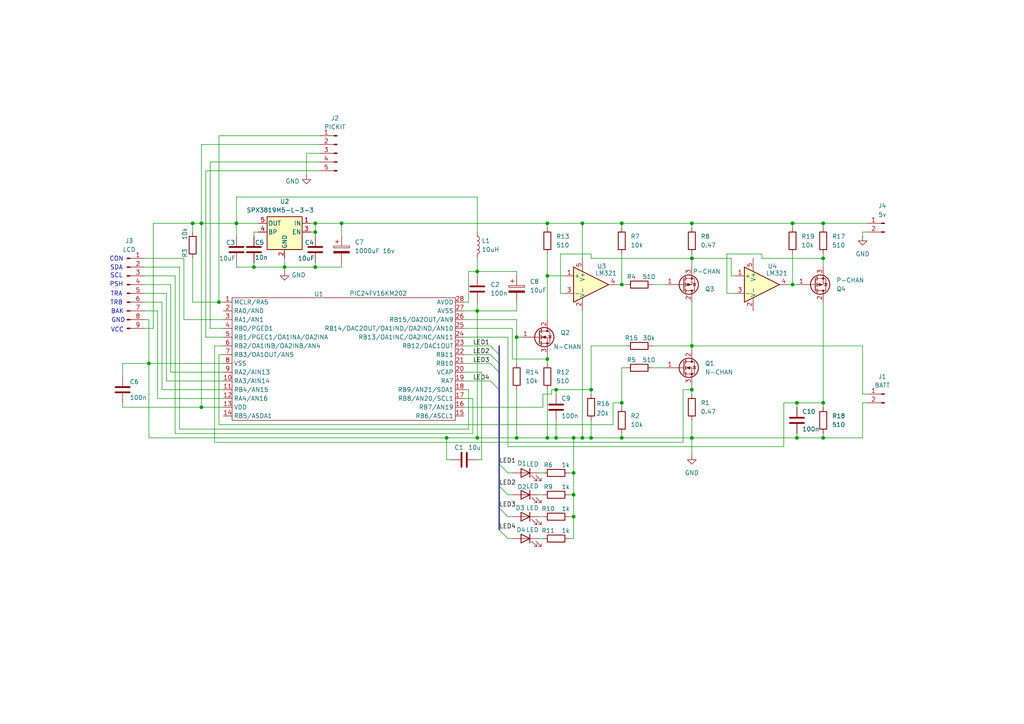
<source format=kicad_sch>
(kicad_sch (version 20231120) (generator "eeschema") (generator_version "8.0")
  (paper "A4")
  (lib_symbols
    (symbol "Amplifier_Operational:LM321" (pin_names (offset 0.127))
      (property "Reference" "U" (at 0 7.62 0))
      (property "Value" "LM321" (at 0 5.08 0))
      (symbol "LM321_0_1"
        (polyline (pts (xy -5.08 5.08) (xy 5.08 0) (xy -5.08 -5.08) (xy -5.08 5.08)) (stroke (width 0.254)) (fill (type background)))
      )
      (symbol "LM321_1_1"
        (pin input line (at -7.62 2.54 0) (length 2.54) (name "+") (number "1"))
        (pin power_in line (at -2.54 -7.62 90) (length 3.81) (name "V-") (number "2"))
        (pin input line (at -7.62 -2.54 0) (length 2.54) (name "-") (number "3"))
        (pin output line (at 7.62 0 180) (length 2.54) (name "~") (number "4"))
        (pin power_in line (at -2.54 7.62 270) (length 3.81) (name "V+") (number "5"))
      )
    )
    (symbol "Connector:Conn_01x02_Pin" (pin_names (offset 1.016) hide)
      (property "Reference" "J" (at 0 2.54 0))
      (property "Value" "Conn_01x02_Pin" (at 0 -5.08 0))
      (symbol "Conn_01x02_Pin_1_1"
        (polyline (pts (xy 1.27 -2.54) (xy 0.8636 -2.54)) (stroke (width 0.1524)))
        (polyline (pts (xy 1.27 0) (xy 0.8636 0)) (stroke (width 0.1524)))
        (rectangle (start 0.8636 -2.413) (end 0 -2.667) (stroke (width 0.1524)) (fill (type outline)))
        (rectangle (start 0.8636 0.127) (end 0 -0.127) (stroke (width 0.1524)) (fill (type outline)))
        (pin passive line (at 5.08 0 180) (length 3.81) (name "Pin_1") (number "1"))
        (pin passive line (at 5.08 -2.54 180) (length 3.81) (name "Pin_2") (number "2"))
      )
    )
    (symbol "Connector:Conn_01x05_Pin" (pin_names (offset 1.016) hide)
      (property "Reference" "J" (at 0 7.62 0))
      (property "Value" "Conn_01x05_Pin" (at 0 -7.62 0))
      (symbol "Conn_01x05_Pin_1_1"
        (polyline (pts (xy 1.27 -5.08) (xy 0.8636 -5.08)) (stroke (width 0.1524)))
        (polyline (pts (xy 1.27 -2.54) (xy 0.8636 -2.54)) (stroke (width 0.1524)))
        (polyline (pts (xy 1.27 0) (xy 0.8636 0)) (stroke (width 0.1524)))
        (polyline (pts (xy 1.27 2.54) (xy 0.8636 2.54)) (stroke (width 0.1524)))
        (polyline (pts (xy 1.27 5.08) (xy 0.8636 5.08)) (stroke (width 0.1524)))
        (rectangle (start 0.8636 -4.953) (end 0 -5.207) (stroke (width 0.1524)) (fill (type outline)))
        (rectangle (start 0.8636 -2.413) (end 0 -2.667) (stroke (width 0.1524)) (fill (type outline)))
        (rectangle (start 0.8636 0.127) (end 0 -0.127) (stroke (width 0.1524)) (fill (type outline)))
        (rectangle (start 0.8636 2.667) (end 0 2.413) (stroke (width 0.1524)) (fill (type outline)))
        (rectangle (start 0.8636 5.207) (end 0 4.953) (stroke (width 0.1524)) (fill (type outline)))
        (pin passive line (at 5.08 5.08 180) (length 3.81) (name "Pin_1") (number "1"))
        (pin passive line (at 5.08 2.54 180) (length 3.81) (name "Pin_2") (number "2"))
        (pin passive line (at 5.08 0 180) (length 3.81) (name "Pin_3") (number "3"))
        (pin passive line (at 5.08 -2.54 180) (length 3.81) (name "Pin_4") (number "4"))
        (pin passive line (at 5.08 -5.08 180) (length 3.81) (name "Pin_5") (number "5"))
      )
    )
    (symbol "Connector:Conn_01x09_Pin" (pin_names (offset 1.016) hide)
      (property "Reference" "J" (at 0 12.7 0))
      (property "Value" "Conn_01x09_Pin" (at 0 -12.7 0))
      (symbol "Conn_01x09_Pin_1_1"
        (polyline (pts (xy 1.27 -10.16) (xy 0.8636 -10.16)) (stroke (width 0.1524)))
        (polyline (pts (xy 1.27 -7.62) (xy 0.8636 -7.62)) (stroke (width 0.1524)))
        (polyline (pts (xy 1.27 -5.08) (xy 0.8636 -5.08)) (stroke (width 0.1524)))
        (polyline (pts (xy 1.27 -2.54) (xy 0.8636 -2.54)) (stroke (width 0.1524)))
        (polyline (pts (xy 1.27 0) (xy 0.8636 0)) (stroke (width 0.1524)))
        (polyline (pts (xy 1.27 2.54) (xy 0.8636 2.54)) (stroke (width 0.1524)))
        (polyline (pts (xy 1.27 5.08) (xy 0.8636 5.08)) (stroke (width 0.1524)))
        (polyline (pts (xy 1.27 7.62) (xy 0.8636 7.62)) (stroke (width 0.1524)))
        (polyline (pts (xy 1.27 10.16) (xy 0.8636 10.16)) (stroke (width 0.1524)))
        (rectangle (start 0.8636 -10.033) (end 0 -10.287) (stroke (width 0.1524)) (fill (type outline)))
        (rectangle (start 0.8636 -7.493) (end 0 -7.747) (stroke (width 0.1524)) (fill (type outline)))
        (rectangle (start 0.8636 -4.953) (end 0 -5.207) (stroke (width 0.1524)) (fill (type outline)))
        (rectangle (start 0.8636 -2.413) (end 0 -2.667) (stroke (width 0.1524)) (fill (type outline)))
        (rectangle (start 0.8636 0.127) (end 0 -0.127) (stroke (width 0.1524)) (fill (type outline)))
        (rectangle (start 0.8636 2.667) (end 0 2.413) (stroke (width 0.1524)) (fill (type outline)))
        (rectangle (start 0.8636 5.207) (end 0 4.953) (stroke (width 0.1524)) (fill (type outline)))
        (rectangle (start 0.8636 7.747) (end 0 7.493) (stroke (width 0.1524)) (fill (type outline)))
        (rectangle (start 0.8636 10.287) (end 0 10.033) (stroke (width 0.1524)) (fill (type outline)))
        (pin passive line (at 5.08 10.16 180) (length 3.81) (name "Pin_1") (number "1"))
        (pin passive line (at 5.08 7.62 180) (length 3.81) (name "Pin_2") (number "2"))
        (pin passive line (at 5.08 5.08 180) (length 3.81) (name "Pin_3") (number "3"))
        (pin passive line (at 5.08 2.54 180) (length 3.81) (name "Pin_4") (number "4"))
        (pin passive line (at 5.08 0 180) (length 3.81) (name "Pin_5") (number "5"))
        (pin passive line (at 5.08 -2.54 180) (length 3.81) (name "Pin_6") (number "6"))
        (pin passive line (at 5.08 -5.08 180) (length 3.81) (name "Pin_7") (number "7"))
        (pin passive line (at 5.08 -7.62 180) (length 3.81) (name "Pin_8") (number "8"))
        (pin passive line (at 5.08 -10.16 180) (length 3.81) (name "Pin_9") (number "9"))
      )
    )
    (symbol "Device:C" (pin_numbers hide) (pin_names (offset 0.254))
      (property "Reference" "C" (at 0.635 2.54 0))
      (property "Value" "C" (at 0.635 -2.54 0))
      (symbol "C_0_1"
        (polyline (pts (xy -2.032 -0.762) (xy 2.032 -0.762)) (stroke (width 0.508)))
        (polyline (pts (xy -2.032 0.762) (xy 2.032 0.762)) (stroke (width 0.508)))
      )
      (symbol "C_1_1"
        (pin passive line (at 0 3.81 270) (length 2.794) (name "~") (number "1"))
        (pin passive line (at 0 -3.81 90) (length 2.794) (name "~") (number "2"))
      )
    )
    (symbol "Device:C_Polarized" (pin_numbers hide) (pin_names (offset 0.254))
      (property "Reference" "C" (at 0.635 2.54 0))
      (property "Value" "C_Polarized" (at 0.635 -2.54 0))
      (symbol "C_Polarized_0_1"
        (rectangle (start -2.286 0.508) (end 2.286 1.016))
        (polyline (pts (xy -1.778 2.286) (xy -0.762 2.286)))
        (polyline (pts (xy -1.27 2.794) (xy -1.27 1.778)))
        (rectangle (start 2.286 -0.508) (end -2.286 -1.016) (fill (type outline)))
      )
      (symbol "C_Polarized_1_1"
        (pin passive line (at 0 3.81 270) (length 2.794) (name "~") (number "1"))
        (pin passive line (at 0 -3.81 90) (length 2.794) (name "~") (number "2"))
      )
    )
    (symbol "Device:L" (pin_numbers hide) (pin_names (offset 1.016) hide)
      (property "Reference" "L" (at -1.27 0 90))
      (property "Value" "L" (at 1.905 0 90))
      (symbol "L_0_1"
        (arc (start 0 -2.54) (mid 0.6323 -1.905) (end 0 -1.27))
        (arc (start 0 -1.27) (mid 0.6323 -0.635) (end 0 0))
        (arc (start 0 0) (mid 0.6323 0.635) (end 0 1.27))
        (arc (start 0 1.27) (mid 0.6323 1.905) (end 0 2.54))
      )
      (symbol "L_1_1"
        (pin passive line (at 0 3.81 270) (length 1.27) (name "1") (number "1"))
        (pin passive line (at 0 -3.81 90) (length 1.27) (name "2") (number "2"))
      )
    )
    (symbol "Device:LED" (pin_numbers hide) (pin_names (offset 1.016) hide)
      (property "Reference" "D" (at 0 2.54 0))
      (property "Value" "LED" (at 0 -2.54 0))
      (symbol "LED_0_1"
        (polyline (pts (xy -1.27 -1.27) (xy -1.27 1.27)) (stroke (width 0.254)))
        (polyline (pts (xy -1.27 0) (xy 1.27 0)))
        (polyline (pts (xy 1.27 -1.27) (xy 1.27 1.27) (xy -1.27 0) (xy 1.27 -1.27)) (stroke (width 0.254)))
        (polyline (pts (xy -3.048 -0.762) (xy -4.572 -2.286) (xy -3.81 -2.286) (xy -4.572 -2.286) (xy -4.572 -1.524)))
        (polyline (pts (xy -1.778 -0.762) (xy -3.302 -2.286) (xy -2.54 -2.286) (xy -3.302 -2.286) (xy -3.302 -1.524)))
      )
      (symbol "LED_1_1"
        (pin passive line (at -3.81 0 0) (length 2.54) (name "K") (number "1"))
        (pin passive line (at 3.81 0 180) (length 2.54) (name "A") (number "2"))
      )
    )
    (symbol "Device:R" (pin_numbers hide) (pin_names (offset 0))
      (property "Reference" "R" (at 2.032 0 90))
      (property "Value" "R" (at 0 0 90))
      (symbol "R_0_1"
        (rectangle (start -1.016 -2.54) (end 1.016 2.54) (stroke (width 0.254)))
      )
      (symbol "R_1_1"
        (pin passive line (at 0 3.81 270) (length 1.27) (name "~") (number "1"))
        (pin passive line (at 0 -3.81 90) (length 1.27) (name "~") (number "2"))
      )
    )
    (symbol "Microchip:PIC24FV16KM202"
      (property "Reference" "U" (at 0 22.86 0))
      (symbol "PIC24FV16KM202_0_1"
        (rectangle (start -33.02 21.59) (end 31.75 -13.97))
      )
      (symbol "PIC24FV16KM202_1_1"
        (pin bidirectional line (at -35.56 20.32 0) (length 2.54) (name "MCLR/RA5") (number "1"))
        (pin bidirectional line (at -35.56 -2.54 0) (length 2.54) (name "RA3/AIN14") (number "10"))
        (pin bidirectional line (at -35.56 -5.08 0) (length 2.54) (name "RB4/AN15") (number "11"))
        (pin bidirectional line (at -35.56 -7.62 0) (length 2.54) (name "RA4/AN16") (number "12"))
        (pin power_in line (at -35.56 -10.16 0) (length 2.54) (name "VDD") (number "13"))
        (pin bidirectional line (at -35.56 -12.7 0) (length 2.54) (name "RB5/ASDA1") (number "14"))
        (pin bidirectional line (at 34.29 -12.7 180) (length 2.54) (name "RB6/ASCL1") (number "15"))
        (pin bidirectional line (at 34.29 -10.16 180) (length 2.54) (name "RB7/AN19") (number "16"))
        (pin bidirectional line (at 34.29 -7.62 180) (length 2.54) (name "RB8/AN20/SCL1") (number "17"))
        (pin bidirectional line (at 34.29 -5.08 180) (length 2.54) (name "RB9/AN21/SDA1") (number "18"))
        (pin bidirectional line (at 34.29 -2.54 180) (length 2.54) (name "RA7") (number "19"))
        (pin bidirectional line (at -35.56 17.78 0) (length 2.54) (name "RA0/AN0") (number "2"))
        (pin power_out line (at 34.29 0 180) (length 2.54) (name "VCAP") (number "20"))
        (pin bidirectional line (at 34.29 2.54 180) (length 2.54) (name "RB10") (number "21"))
        (pin bidirectional line (at 34.29 5.08 180) (length 2.54) (name "RB11") (number "22"))
        (pin bidirectional line (at 34.29 7.62 180) (length 2.54) (name "RB12/DAC1OUT") (number "23"))
        (pin bidirectional line (at 34.29 10.16 180) (length 2.54) (name "RB13/OA1INC/OA2INC/AN11") (number "24"))
        (pin bidirectional line (at 34.29 12.7 180) (length 2.54) (name "RB14/DAC2OUT/OA1IND/OA2IND/AN10") (number "25"))
        (pin bidirectional line (at 34.29 15.24 180) (length 2.54) (name "RB15/OA2OUT/AN9") (number "26"))
        (pin power_in line (at 34.29 17.78 180) (length 2.54) (name "AVSS") (number "27"))
        (pin power_in line (at 34.29 20.32 180) (length 2.54) (name "AVDD") (number "28"))
        (pin bidirectional line (at -35.56 15.24 0) (length 2.54) (name "RA1/AN1") (number "3"))
        (pin bidirectional line (at -35.56 12.7 0) (length 2.54) (name "RB0/PGED1") (number "4"))
        (pin bidirectional line (at -35.56 10.16 0) (length 2.54) (name "RB1/PGEC1/OA1INA/OA2INA") (number "5"))
        (pin bidirectional line (at -35.56 7.62 0) (length 2.54) (name "RB2/OA1INB/OA2INB/AN4") (number "6"))
        (pin bidirectional line (at -35.56 5.08 0) (length 2.54) (name "RB3/OA1OUT/AN5") (number "7"))
        (pin power_in line (at -35.56 2.54 0) (length 2.54) (name "VSS") (number "8"))
        (pin bidirectional line (at -35.56 0 0) (length 2.54) (name "RA2/AIN13") (number "9"))
      )
    )
    (symbol "Regulator_Linear:SPX3819M5-L-3-3" (pin_names (offset 0.254))
      (property "Reference" "U" (at -3.81 5.715 0))
      (property "Value" "SPX3819M5-L-3-3" (at 0 5.715 0))
      (symbol "SPX3819M5-L-3-3_0_1"
        (rectangle (start -5.08 4.445) (end 5.08 -5.08) (stroke (width 0.254)) (fill (type background)))
      )
      (symbol "SPX3819M5-L-3-3_1_1"
        (pin power_in line (at -7.62 2.54 0) (length 2.54) (name "IN") (number "1"))
        (pin power_in line (at 0 -7.62 90) (length 2.54) (name "GND") (number "2"))
        (pin input line (at -7.62 0 0) (length 2.54) (name "EN") (number "3"))
        (pin input line (at 7.62 0 180) (length 2.54) (name "BP") (number "4"))
        (pin power_out line (at 7.62 2.54 180) (length 2.54) (name "OUT") (number "5"))
      )
    )
    (symbol "Transistor_FET:IRF540N" (pin_names hide)
      (property "Reference" "Q" (at 5.08 1.905 0))
      (property "Value" "IRF540N" (at 5.08 0 0))
      (symbol "IRF540N_0_1"
        (polyline (pts (xy 0.254 0) (xy -2.54 0)))
        (polyline (pts (xy 0.254 1.905) (xy 0.254 -1.905)) (stroke (width 0.254)))
        (polyline (pts (xy 0.762 -1.27) (xy 0.762 -2.286)) (stroke (width 0.254)))
        (polyline (pts (xy 0.762 0.508) (xy 0.762 -0.508)) (stroke (width 0.254)))
        (polyline (pts (xy 0.762 2.286) (xy 0.762 1.27)) (stroke (width 0.254)))
        (polyline (pts (xy 2.54 2.54) (xy 2.54 1.778)))
        (polyline (pts (xy 2.54 -2.54) (xy 2.54 0) (xy 0.762 0)))
        (polyline (pts (xy 0.762 -1.778) (xy 3.302 -1.778) (xy 3.302 1.778) (xy 0.762 1.778)))
        (polyline (pts (xy 1.016 0) (xy 2.032 0.381) (xy 2.032 -0.381) (xy 1.016 0)) (fill (type outline)))
        (polyline (pts (xy 2.794 0.508) (xy 2.921 0.381) (xy 3.683 0.381) (xy 3.81 0.254)))
        (polyline (pts (xy 3.302 0.381) (xy 2.921 -0.254) (xy 3.683 -0.254) (xy 3.302 0.381)))
        (circle (center 1.651 0) (radius 2.794) (stroke (width 0.254)))
        (circle (center 2.54 -1.778) (radius 0.254) (fill (type outline)))
        (circle (center 2.54 1.778) (radius 0.254) (fill (type outline)))
      )
      (symbol "IRF540N_1_1"
        (pin input line (at -5.08 0 0) (length 2.54) (name "G") (number "1"))
        (pin passive line (at 2.54 5.08 270) (length 2.54) (name "D") (number "2"))
        (pin passive line (at 2.54 -5.08 90) (length 2.54) (name "S") (number "3"))
      )
    )
    (symbol "Transistor_FET:IRF9540N" (pin_names hide)
      (property "Reference" "Q" (at 5.08 1.905 0))
      (property "Value" "IRF9540N" (at 5.08 0 0))
      (symbol "IRF9540N_0_1"
        (polyline (pts (xy 0.254 0) (xy -2.54 0)))
        (polyline (pts (xy 0.254 1.905) (xy 0.254 -1.905)) (stroke (width 0.254)))
        (polyline (pts (xy 0.762 -1.27) (xy 0.762 -2.286)) (stroke (width 0.254)))
        (polyline (pts (xy 0.762 0.508) (xy 0.762 -0.508)) (stroke (width 0.254)))
        (polyline (pts (xy 0.762 2.286) (xy 0.762 1.27)) (stroke (width 0.254)))
        (polyline (pts (xy 2.54 2.54) (xy 2.54 1.778)))
        (polyline (pts (xy 2.54 -2.54) (xy 2.54 0) (xy 0.762 0)))
        (polyline (pts (xy 0.762 1.778) (xy 3.302 1.778) (xy 3.302 -1.778) (xy 0.762 -1.778)))
        (polyline (pts (xy 2.286 0) (xy 1.27 0.381) (xy 1.27 -0.381) (xy 2.286 0)) (fill (type outline)))
        (polyline (pts (xy 2.794 -0.508) (xy 2.921 -0.381) (xy 3.683 -0.381) (xy 3.81 -0.254)))
        (polyline (pts (xy 3.302 -0.381) (xy 2.921 0.254) (xy 3.683 0.254) (xy 3.302 -0.381)))
        (circle (center 1.651 0) (radius 2.794) (stroke (width 0.254)))
        (circle (center 2.54 -1.778) (radius 0.254) (fill (type outline)))
        (circle (center 2.54 1.778) (radius 0.254) (fill (type outline)))
      )
      (symbol "IRF9540N_1_1"
        (pin input line (at -5.08 0 0) (length 2.54) (name "G") (number "1"))
        (pin passive line (at 2.54 5.08 270) (length 2.54) (name "D") (number "2"))
        (pin passive line (at 2.54 -5.08 90) (length 2.54) (name "S") (number "3"))
      )
    )
    (symbol "power:GND" (power) (pin_numbers hide) (pin_names (offset 0) hide)
      (property "Value" "GND" (at 0 -3.81 0))
      (symbol "GND_0_1"
        (polyline (pts (xy 0 0) (xy 0 -1.27) (xy 1.27 -1.27) (xy 0 -2.54) (xy -1.27 -1.27) (xy 0 -1.27)))
      )
      (symbol "GND_1_1"
        (pin power_in line (at 0 0 270) (length 0) (name "~") (number "1"))
      )
    )
  )
  (junction (at 166.37 137.16))
  (junction (at 200.66 113.03))
  (junction (at 180.34 116.84))
  (junction (at 166.37 127))
  (junction (at 200.66 64.77))
  (junction (at 158.75 64.77))
  (junction (at 149.86 127))
  (junction (at 166.37 149.86))
  (junction (at 91.44 64.77))
  (junction (at 238.76 74.93))
  (junction (at 238.76 116.84))
  (junction (at 200.66 127))
  (junction (at 82.55 77.47))
  (junction (at 200.66 100.33))
  (junction (at 200.66 74.93))
  (junction (at 158.75 80.01))
  (junction (at 138.43 127))
  (junction (at 171.45 113.03))
  (junction (at 231.14 127))
  (junction (at 149.86 97.79))
  (junction (at 129.54 127))
  (junction (at 158.75 104.14))
  (junction (at 168.91 127))
  (junction (at 55.88 64.77))
  (junction (at 180.34 82.55))
  (junction (at 43.18 105.41))
  (junction (at 68.58 64.77))
  (junction (at 180.34 64.77))
  (junction (at 238.76 127))
  (junction (at 158.75 127))
  (junction (at 166.37 143.51))
  (junction (at 73.66 77.47))
  (junction (at 238.76 64.77))
  (junction (at 99.06 64.77))
  (junction (at 58.42 118.11))
  (junction (at 91.44 67.31))
  (junction (at 138.43 78.74))
  (junction (at 229.87 64.77))
  (junction (at 171.45 127))
  (junction (at 231.14 116.84))
  (junction (at 168.91 64.77))
  (junction (at 229.87 82.55))
  (junction (at 180.34 127))
  (junction (at 63.5 87.63))
  (junction (at 58.42 64.77))
  (junction (at 91.44 77.47))
  (junction (at 161.29 127))
  (junction (at 138.43 90.17))
  (junction (at 161.29 113.03))
  (bus_entry (at 142.24 105.41) (size 2.54 2.54))
  (bus_entry (at 142.24 110.49) (size 2.54 2.54))
  (bus_entry (at 142.24 102.87) (size 2.54 2.54))
  (bus_entry (at 144.78 134.62) (size 2.54 2.54))
  (bus_entry (at 144.78 147.32) (size 2.54 2.54))
  (bus_entry (at 144.78 153.67) (size 2.54 2.54))
  (bus_entry (at 144.78 140.97) (size 2.54 2.54))
  (bus_entry (at 142.24 100.33) (size 2.54 2.54))
  (wire (pts (xy 213.36 85.09) (xy 210.82 85.09)))
  (wire (pts (xy 171.45 74.93) (xy 200.66 74.93)))
  (wire (pts (xy 158.75 102.87) (xy 158.75 104.14)))
  (wire (pts (xy 91.44 77.47) (xy 82.55 77.47)))
  (wire (pts (xy 161.29 127) (xy 166.37 127)))
  (wire (pts (xy 168.91 64.77) (xy 168.91 74.93)))
  (wire (pts (xy 41.91 92.71) (xy 43.18 92.71)))
  (wire (pts (xy 162.56 73.66) (xy 171.45 73.66)))
  (wire (pts (xy 180.34 73.66) (xy 180.34 82.55)))
  (wire (pts (xy 43.18 105.41) (xy 64.77 105.41)))
  (wire (pts (xy 147.32 149.86) (xy 148.59 149.86)))
  (wire (pts (xy 55.88 64.77) (xy 58.42 64.77)))
  (wire (pts (xy 138.43 57.15) (xy 68.58 57.15)))
  (wire (pts (xy 200.66 66.04) (xy 200.66 64.77)))
  (wire (pts (xy 134.62 90.17) (xy 138.43 90.17)))
  (wire (pts (xy 165.1 156.21) (xy 166.37 156.21)))
  (wire (pts (xy 238.76 116.84) (xy 238.76 118.11)))
  (wire (pts (xy 238.76 73.66) (xy 238.76 74.93)))
  (wire (pts (xy 168.91 90.17) (xy 168.91 127)))
  (wire (pts (xy 181.61 82.55) (xy 180.34 82.55)))
  (wire (pts (xy 135.89 124.46) (xy 135.89 113.03)))
  (wire (pts (xy 59.69 97.79) (xy 59.69 49.53)))
  (wire (pts (xy 41.91 80.01) (xy 50.8 80.01)))
  (wire (pts (xy 68.58 64.77) (xy 74.93 64.77)))
  (wire (pts (xy 158.75 73.66) (xy 158.75 80.01)))
  (wire (pts (xy 68.58 76.2) (xy 68.58 77.47)))
  (bus (pts (xy 144.78 100.33) (xy 144.78 102.87)))
  (wire (pts (xy 60.96 46.99) (xy 92.71 46.99)))
  (wire (pts (xy 90.17 67.31) (xy 91.44 67.31)))
  (wire (pts (xy 55.88 74.93) (xy 55.88 87.63)))
  (wire (pts (xy 158.75 80.01) (xy 158.75 92.71)))
  (wire (pts (xy 99.06 76.2) (xy 99.06 77.47)))
  (wire (pts (xy 35.56 109.22) (xy 35.56 105.41)))
  (wire (pts (xy 229.87 82.55) (xy 231.14 82.55)))
  (wire (pts (xy 229.87 73.66) (xy 229.87 82.55)))
  (wire (pts (xy 147.32 156.21) (xy 148.59 156.21)))
  (wire (pts (xy 200.66 121.92) (xy 200.66 127)))
  (wire (pts (xy 238.76 87.63) (xy 238.76 116.84)))
  (wire (pts (xy 99.06 64.77) (xy 158.75 64.77)))
  (wire (pts (xy 166.37 156.21) (xy 166.37 149.86)))
  (wire (pts (xy 231.14 125.73) (xy 231.14 127)))
  (wire (pts (xy 181.61 106.68) (xy 180.34 106.68)))
  (wire (pts (xy 238.76 64.77) (xy 238.76 66.04)))
  (wire (pts (xy 134.62 87.63) (xy 135.89 87.63)))
  (wire (pts (xy 147.32 143.51) (xy 148.59 143.51)))
  (wire (pts (xy 212.09 74.93) (xy 200.66 74.93)))
  (wire (pts (xy 134.62 107.95) (xy 139.7 107.95)))
  (wire (pts (xy 200.66 111.76) (xy 200.66 113.03)))
  (wire (pts (xy 46.99 87.63) (xy 46.99 113.03)))
  (wire (pts (xy 149.86 87.63) (xy 149.86 90.17)))
  (wire (pts (xy 148.59 104.14) (xy 158.75 104.14)))
  (wire (pts (xy 149.86 90.17) (xy 138.43 90.17)))
  (wire (pts (xy 73.66 67.31) (xy 74.93 67.31)))
  (wire (pts (xy 48.26 110.49) (xy 64.77 110.49)))
  (wire (pts (xy 149.86 97.79) (xy 149.86 105.41)))
  (wire (pts (xy 134.62 97.79) (xy 147.32 97.79)))
  (wire (pts (xy 168.91 64.77) (xy 180.34 64.77)))
  (wire (pts (xy 156.21 137.16) (xy 157.48 137.16)))
  (wire (pts (xy 220.98 74.93) (xy 238.76 74.93)))
  (wire (pts (xy 64.77 97.79) (xy 59.69 97.79)))
  (wire (pts (xy 171.45 127) (xy 180.34 127)))
  (wire (pts (xy 171.45 121.92) (xy 171.45 127)))
  (wire (pts (xy 165.1 143.51) (xy 166.37 143.51)))
  (wire (pts (xy 171.45 73.66) (xy 171.45 74.93)))
  (wire (pts (xy 58.42 64.77) (xy 68.58 64.77)))
  (bus (pts (xy 144.78 113.03) (xy 144.78 107.95)))
  (wire (pts (xy 231.14 118.11) (xy 231.14 116.84)))
  (wire (pts (xy 63.5 102.87) (xy 63.5 123.19)))
  (wire (pts (xy 138.43 74.93) (xy 138.43 78.74)))
  (bus (pts (xy 144.78 134.62) (xy 144.78 140.97)))
  (wire (pts (xy 157.48 118.11) (xy 157.48 114.3)))
  (wire (pts (xy 58.42 41.91) (xy 58.42 64.77)))
  (wire (pts (xy 149.86 78.74) (xy 138.43 78.74)))
  (wire (pts (xy 64.77 87.63) (xy 63.5 87.63)))
  (wire (pts (xy 158.75 104.14) (xy 158.75 105.41)))
  (wire (pts (xy 45.72 115.57) (xy 64.77 115.57)))
  (wire (pts (xy 198.12 128.27) (xy 198.12 113.03)))
  (wire (pts (xy 180.34 64.77) (xy 200.66 64.77)))
  (wire (pts (xy 200.66 74.93) (xy 200.66 77.47)))
  (wire (pts (xy 250.19 116.84) (xy 250.19 127)))
  (wire (pts (xy 158.75 64.77) (xy 168.91 64.77)))
  (wire (pts (xy 213.36 80.01) (xy 212.09 80.01)))
  (wire (pts (xy 210.82 85.09) (xy 210.82 73.66)))
  (wire (pts (xy 92.71 44.45) (xy 88.9 44.45)))
  (wire (pts (xy 166.37 127) (xy 168.91 127)))
  (wire (pts (xy 158.75 113.03) (xy 158.75 127)))
  (wire (pts (xy 179.07 82.55) (xy 180.34 82.55)))
  (wire (pts (xy 63.5 39.37) (xy 92.71 39.37)))
  (wire (pts (xy 135.89 87.63) (xy 135.89 78.74)))
  (wire (pts (xy 134.62 95.25) (xy 148.59 95.25)))
  (wire (pts (xy 238.76 74.93) (xy 238.76 77.47)))
  (wire (pts (xy 91.44 64.77) (xy 99.06 64.77)))
  (wire (pts (xy 68.58 77.47) (xy 73.66 77.47)))
  (wire (pts (xy 55.88 87.63) (xy 63.5 87.63)))
  (wire (pts (xy 138.43 87.63) (xy 138.43 90.17)))
  (wire (pts (xy 50.8 80.01) (xy 50.8 125.73)))
  (wire (pts (xy 166.37 143.51) (xy 166.37 137.16)))
  (wire (pts (xy 189.23 82.55) (xy 193.04 82.55)))
  (wire (pts (xy 251.46 114.3) (xy 250.19 114.3)))
  (wire (pts (xy 63.5 123.19) (xy 177.8 123.19)))
  (wire (pts (xy 48.26 85.09) (xy 48.26 110.49)))
  (wire (pts (xy 35.56 105.41) (xy 43.18 105.41)))
  (wire (pts (xy 45.72 90.17) (xy 41.91 90.17)))
  (wire (pts (xy 251.46 67.31) (xy 250.19 67.31)))
  (bus (pts (xy 144.78 102.87) (xy 144.78 105.41)))
  (wire (pts (xy 157.48 114.3) (xy 160.02 114.3)))
  (wire (pts (xy 64.77 102.87) (xy 63.5 102.87)))
  (wire (pts (xy 156.21 156.21) (xy 157.48 156.21)))
  (wire (pts (xy 156.21 149.86) (xy 157.48 149.86)))
  (wire (pts (xy 134.62 110.49) (xy 142.24 110.49)))
  (wire (pts (xy 130.81 133.35) (xy 129.54 133.35)))
  (wire (pts (xy 231.14 116.84) (xy 238.76 116.84)))
  (wire (pts (xy 149.86 127) (xy 158.75 127)))
  (bus (pts (xy 144.78 147.32) (xy 144.78 153.67)))
  (wire (pts (xy 137.16 125.73) (xy 137.16 115.57)))
  (wire (pts (xy 49.53 82.55) (xy 49.53 107.95)))
  (wire (pts (xy 158.75 64.77) (xy 158.75 66.04)))
  (wire (pts (xy 129.54 127) (xy 138.43 127)))
  (wire (pts (xy 134.62 105.41) (xy 142.24 105.41)))
  (wire (pts (xy 200.66 127) (xy 200.66 132.08)))
  (wire (pts (xy 82.55 77.47) (xy 82.55 78.74)))
  (wire (pts (xy 227.33 116.84) (xy 231.14 116.84)))
  (wire (pts (xy 189.23 106.68) (xy 193.04 106.68)))
  (wire (pts (xy 156.21 143.51) (xy 157.48 143.51)))
  (wire (pts (xy 73.66 77.47) (xy 82.55 77.47)))
  (bus (pts (xy 144.78 105.41) (xy 144.78 107.95)))
  (wire (pts (xy 149.86 113.03) (xy 149.86 127)))
  (wire (pts (xy 58.42 118.11) (xy 64.77 118.11)))
  (bus (pts (xy 144.78 140.97) (xy 144.78 147.32)))
  (wire (pts (xy 91.44 76.2) (xy 91.44 77.47)))
  (wire (pts (xy 220.98 73.66) (xy 220.98 74.93)))
  (bus (pts (xy 144.78 134.62) (xy 144.78 113.03)))
  (wire (pts (xy 162.56 85.09) (xy 162.56 73.66)))
  (wire (pts (xy 82.55 74.93) (xy 82.55 77.47)))
  (wire (pts (xy 229.87 64.77) (xy 238.76 64.77)))
  (wire (pts (xy 171.45 100.33) (xy 181.61 100.33)))
  (wire (pts (xy 163.83 85.09) (xy 162.56 85.09)))
  (wire (pts (xy 64.77 95.25) (xy 60.96 95.25)))
  (wire (pts (xy 158.75 127) (xy 161.29 127)))
  (wire (pts (xy 147.32 129.54) (xy 227.33 129.54)))
  (wire (pts (xy 62.23 100.33) (xy 62.23 128.27)))
  (wire (pts (xy 138.43 80.01) (xy 138.43 78.74)))
  (wire (pts (xy 43.18 105.41) (xy 43.18 127)))
  (wire (pts (xy 180.34 127) (xy 200.66 127)))
  (wire (pts (xy 134.62 92.71) (xy 149.86 92.71)))
  (wire (pts (xy 41.91 87.63) (xy 46.99 87.63)))
  (wire (pts (xy 200.66 73.66) (xy 200.66 74.93)))
  (wire (pts (xy 161.29 114.3) (xy 161.29 113.03)))
  (wire (pts (xy 166.37 149.86) (xy 166.37 143.51)))
  (wire (pts (xy 165.1 149.86) (xy 166.37 149.86)))
  (wire (pts (xy 59.69 49.53) (xy 92.71 49.53)))
  (wire (pts (xy 52.07 124.46) (xy 135.89 124.46)))
  (wire (pts (xy 200.66 113.03) (xy 200.66 114.3)))
  (wire (pts (xy 231.14 127) (xy 200.66 127)))
  (wire (pts (xy 189.23 100.33) (xy 200.66 100.33)))
  (wire (pts (xy 35.56 118.11) (xy 58.42 118.11)))
  (wire (pts (xy 148.59 95.25) (xy 148.59 104.14)))
  (wire (pts (xy 137.16 115.57) (xy 134.62 115.57)))
  (wire (pts (xy 53.34 92.71) (xy 64.77 92.71)))
  (wire (pts (xy 180.34 106.68) (xy 180.34 116.84)))
  (wire (pts (xy 160.02 113.03) (xy 161.29 113.03)))
  (wire (pts (xy 55.88 64.77) (xy 55.88 67.31)))
  (wire (pts (xy 250.19 100.33) (xy 250.19 114.3)))
  (wire (pts (xy 134.62 118.11) (xy 157.48 118.11)))
  (wire (pts (xy 147.32 97.79) (xy 147.32 129.54)))
  (wire (pts (xy 227.33 129.54) (xy 227.33 116.84)))
  (wire (pts (xy 251.46 116.84) (xy 250.19 116.84)))
  (wire (pts (xy 134.62 102.87) (xy 142.24 102.87)))
  (wire (pts (xy 135.89 113.03) (xy 134.62 113.03)))
  (wire (pts (xy 210.82 73.66) (xy 220.98 73.66)))
  (wire (pts (xy 238.76 125.73) (xy 238.76 127)))
  (wire (pts (xy 91.44 77.47) (xy 99.06 77.47)))
  (wire (pts (xy 44.45 64.77) (xy 55.88 64.77)))
  (wire (pts (xy 129.54 133.35) (xy 129.54 127)))
  (wire (pts (xy 50.8 125.73) (xy 137.16 125.73)))
  (wire (pts (xy 43.18 127) (xy 129.54 127)))
  (wire (pts (xy 35.56 116.84) (xy 35.56 118.11)))
  (wire (pts (xy 177.8 116.84) (xy 180.34 116.84)))
  (wire (pts (xy 41.91 74.93) (xy 53.34 74.93)))
  (wire (pts (xy 180.34 116.84) (xy 180.34 118.11)))
  (wire (pts (xy 250.19 127) (xy 238.76 127)))
  (wire (pts (xy 238.76 64.77) (xy 251.46 64.77)))
  (wire (pts (xy 90.17 64.77) (xy 91.44 64.77)))
  (wire (pts (xy 88.9 44.45) (xy 88.9 50.8)))
  (wire (pts (xy 68.58 57.15) (xy 68.58 64.77)))
  (wire (pts (xy 200.66 64.77) (xy 229.87 64.77)))
  (wire (pts (xy 200.66 101.6) (xy 200.66 100.33)))
  (wire (pts (xy 198.12 113.03) (xy 200.66 113.03)))
  (wire (pts (xy 41.91 82.55) (xy 49.53 82.55)))
  (wire (pts (xy 166.37 137.16) (xy 166.37 127)))
  (wire (pts (xy 250.19 67.31) (xy 250.19 68.58)))
  (wire (pts (xy 64.77 100.33) (xy 62.23 100.33)))
  (wire (pts (xy 91.44 67.31) (xy 91.44 64.77)))
  (wire (pts (xy 58.42 41.91) (xy 92.71 41.91)))
  (wire (pts (xy 134.62 100.33) (xy 142.24 100.33)))
  (wire (pts (xy 63.5 39.37) (xy 63.5 87.63)))
  (wire (pts (xy 200.66 87.63) (xy 200.66 100.33)))
  (wire (pts (xy 44.45 64.77) (xy 44.45 95.25)))
  (wire (pts (xy 229.87 64.77) (xy 229.87 66.04)))
  (wire (pts (xy 138.43 127) (xy 149.86 127)))
  (wire (pts (xy 138.43 78.74) (xy 135.89 78.74)))
  (wire (pts (xy 158.75 80.01) (xy 163.83 80.01)))
  (wire (pts (xy 46.99 113.03) (xy 64.77 113.03)))
  (wire (pts (xy 41.91 85.09) (xy 48.26 85.09)))
  (wire (pts (xy 60.96 95.25) (xy 60.96 46.99)))
  (wire (pts (xy 68.58 64.77) (xy 68.58 68.58)))
  (wire (pts (xy 52.07 77.47) (xy 52.07 124.46)))
  (wire (pts (xy 171.45 100.33) (xy 171.45 113.03)))
  (wire (pts (xy 45.72 90.17) (xy 45.72 115.57)))
  (wire (pts (xy 99.06 64.77) (xy 99.06 68.58)))
  (wire (pts (xy 138.43 90.17) (xy 138.43 127)))
  (wire (pts (xy 200.66 100.33) (xy 250.19 100.33)))
  (wire (pts (xy 139.7 107.95) (xy 139.7 133.35)))
  (wire (pts (xy 91.44 67.31) (xy 91.44 68.58)))
  (wire (pts (xy 73.66 68.58) (xy 73.66 67.31)))
  (wire (pts (xy 139.7 133.35) (xy 138.43 133.35)))
  (wire (pts (xy 151.13 97.79) (xy 149.86 97.79)))
  (wire (pts (xy 41.91 95.25) (xy 44.45 95.25)))
  (wire (pts (xy 180.34 125.73) (xy 180.34 127)))
  (wire (pts (xy 43.18 92.71) (xy 43.18 105.41)))
  (wire (pts (xy 62.23 128.27) (xy 198.12 128.27)))
  (wire (pts (xy 149.86 80.01) (xy 149.86 78.74)))
  (wire (pts (xy 160.02 114.3) (xy 160.02 113.03)))
  (wire (pts (xy 53.34 74.93) (xy 53.34 92.71)))
  (wire (pts (xy 149.86 92.71) (xy 149.86 97.79)))
  (wire (pts (xy 138.43 67.31) (xy 138.43 57.15)))
  (wire (pts (xy 147.32 137.16) (xy 148.59 137.16)))
  (wire (pts (xy 161.29 113.03) (xy 171.45 113.03)))
  (wire (pts (xy 49.53 107.95) (xy 64.77 107.95)))
  (wire (pts (xy 171.45 113.03) (xy 171.45 114.3)))
  (wire (pts (xy 161.29 121.92) (xy 161.29 127)))
  (wire (pts (xy 180.34 64.77) (xy 180.34 66.04)))
  (wire (pts (xy 165.1 137.16) (xy 166.37 137.16)))
  (wire (pts (xy 177.8 123.19) (xy 177.8 116.84)))
  (wire (pts (xy 73.66 76.2) (xy 73.66 77.47)))
  (wire (pts (xy 238.76 127) (xy 231.14 127)))
  (wire (pts (xy 58.42 64.77) (xy 58.42 118.11)))
  (wire (pts (xy 228.6 82.55) (xy 229.87 82.55)))
  (wire (pts (xy 41.91 77.47) (xy 52.07 77.47)))
  (wire (pts (xy 212.09 80.01) (xy 212.09 74.93)))
  (wire (pts (xy 168.91 127) (xy 171.45 127)))
  (text "VCC" (at 34.036 95.758 0) (effects (font (size 1.27 1.27))))
  (text "CON" (at 33.782 75.184 0) (effects (font (size 1.27 1.27))))
  (text "SDA" (at 33.782 77.724 0) (effects (font (size 1.27 1.27))))
  (text "GND" (at 34.29 92.964 0) (effects (font (size 1.27 1.27))))
  (text "TRB" (at 33.782 87.884 0) (effects (font (size 1.27 1.27))))
  (text "TRA" (at 33.782 85.344 0) (effects (font (size 1.27 1.27))))
  (text "PSH" (at 33.782 82.55 0) (effects (font (size 1.27 1.27))))
  (text "BAK" (at 34.036 90.424 0) (effects (font (size 1.27 1.27))))
  (text "SCL" (at 33.782 80.01 0) (effects (font (size 1.27 1.27))))
  (label "LED1" (at 144.78 134.62 0))
  (label "LED4" (at 137.16 110.49 0))
  (label "LED4" (at 144.78 153.67 0))
  (label "LED2" (at 137.16 102.87 0))
  (label "LED3" (at 137.16 105.41 0))
  (label "LED1" (at 137.16 100.33 0))
  (label "LED2" (at 144.78 140.97 0))
  (label "LED3" (at 144.78 147.32 0))
  (symbol (lib_id "Device:R") (at 161.29 143.51 90) (unit 1)
    (property "Reference" "R9" (at 159.004 141.224 90))
    (property "Value" "1k" (at 164.084 141.224 90))
    (property "Description" "Resistor" (effects (hide yes)))
  )
  (symbol (lib_id "Device:C") (at 91.44 72.39 0) (unit 1)
    (property "Reference" "C4" (at 88.392 70.358 0) (effects (justify left)))
    (property "Value" "10uF" (at 86.36 74.93 0) (effects (justify left)))
    (property "Description" "Unpolarized capacitor" (effects (hide yes)))
  )
  (symbol (lib_id "Device:LED") (at 152.4 156.21 0) (mirror y) (unit 1)
    (property "Reference" "D4" (at 151.13 153.67 0))
    (property "Value" "LED" (at 154.432 153.67 0))
    (property "Description" "Light emitting diode" (effects (hide yes)))
  )
  (symbol (lib_id "Device:C") (at 68.58 72.39 0) (unit 1)
    (property "Reference" "C3" (at 65.532 70.358 0) (effects (justify left)))
    (property "Value" "10uF" (at 63.5 74.93 0) (effects (justify left)))
    (property "Description" "Unpolarized capacitor" (effects (hide yes)))
  )
  (symbol (lib_id "Device:C") (at 231.14 121.92 0) (unit 1)
    (property "Reference" "C10" (at 232.664 119.38 0) (effects (justify left)))
    (property "Value" "100n" (at 232.664 124.46 0) (effects (justify left)))
    (property "Description" "Unpolarized capacitor" (effects (hide yes)))
  )
  (symbol (lib_id "Device:R") (at 161.29 137.16 90) (unit 1)
    (property "Reference" "R6" (at 159.004 134.874 90))
    (property "Value" "1k" (at 164.084 134.874 90))
    (property "Description" "Resistor" (effects (hide yes)))
  )
  (symbol (lib_id "Device:C_Polarized") (at 149.86 83.82 0) (unit 1)
    (property "Reference" "C8" (at 153.67 81.6609 0) (effects (justify left)))
    (property "Value" "10uF" (at 153.67 84.2009 0) (effects (justify left)))
    (property "Description" "Polarized capacitor" (effects (hide yes)))
  )
  (symbol (lib_id "Device:C") (at 134.62 133.35 90) (unit 1)
    (property "Reference" "C1" (at 133.096 129.794 90))
    (property "Value" "10u" (at 137.668 129.794 90))
    (property "Description" "Unpolarized capacitor" (effects (hide yes)))
  )
  (symbol (lib_id "Microchip:PIC24FV16KM202") (at 100.33 107.95 0) (unit 1)
    (property "Reference" "U1" (at 92.456 85.344 0))
    (property "Value" "PIC24FV16KM202" (at 109.728 85.09 0))
  )
  (symbol (lib_id "Regulator_Linear:SPX3819M5-L-3-3") (at 82.55 67.31 0) (mirror y) (unit 1)
    (property "Reference" "U2" (at 82.55 58.42 0))
    (property "Value" "SPX3819M5-L-3-3" (at 81.28 60.96 0))
    (property "Footprint" "Package_TO_SOT_SMD:SOT-23-5" (effects (hide yes)))
    (property "Datasheet" "https://www.exar.com/content/document.ashx?id=22106&languageid=1033&type=Datasheet&partnumber=SPX3819&filename=SPX3819.pdf&part=SPX3819" (effects (hide yes)))
    (property "Description" "500mA Low drop-out regulator, Fixed Output 3.3V, SOT-23-5" (effects (hide yes)))
  )
  (symbol (lib_id "Device:R") (at 200.66 69.85 0) (unit 1)
    (property "Reference" "R8" (at 203.2 68.5799 0) (effects (justify left)))
    (property "Value" "0.47" (at 203.2 71.1199 0) (effects (justify left)))
    (property "Description" "Resistor" (effects (hide yes)))
  )
  (symbol (lib_id "Device:R") (at 171.45 118.11 0) (unit 1)
    (property "Reference" "R16" (at 172.974 117.094 0) (effects (justify left)))
    (property "Value" "20k" (at 172.974 119.888 0) (effects (justify left)))
    (property "Description" "Resistor" (effects (hide yes)))
  )
  (symbol (lib_id "Device:R") (at 238.76 69.85 0) (unit 1)
    (property "Reference" "R17" (at 241.3 68.5799 0) (effects (justify left)))
    (property "Value" "510" (at 241.3 71.1199 0) (effects (justify left)))
    (property "Description" "Resistor" (effects (hide yes)))
  )
  (symbol (lib_id "Device:R") (at 149.86 109.22 0) (unit 1)
    (property "Reference" "R14" (at 152.4 107.9499 0) (effects (justify left)))
    (property "Value" "10k" (at 152.4 110.4899 0) (effects (justify left)))
    (property "Description" "Resistor" (effects (hide yes)))
  )
  (symbol (lib_id "Device:R") (at 229.87 69.85 0) (unit 1)
    (property "Reference" "R19" (at 232.41 68.5799 0) (effects (justify left)))
    (property "Value" "10k" (at 232.41 71.1199 0) (effects (justify left)))
    (property "Description" "Resistor" (effects (hide yes)))
  )
  (symbol (lib_id "Device:R") (at 180.34 69.85 0) (unit 1)
    (property "Reference" "R7" (at 182.88 68.5799 0) (effects (justify left)))
    (property "Value" "10k" (at 182.88 71.1199 0) (effects (justify left)))
    (property "Description" "Resistor" (effects (hide yes)))
  )
  (symbol (lib_id "power:GND") (at 88.9 50.8 0) (unit 1)
    (property "Reference" "#PWR02" (effects (hide yes)))
    (property "Value" "GND" (at 84.836 52.578 0))
    (property "Description" "Power symbol creates a global label with name \"GND\" , ground" (effects (hide yes)))
  )
  (symbol (lib_id "Device:L") (at 138.43 71.12 0) (unit 1)
    (property "Reference" "L1" (at 139.7 69.8499 0) (effects (justify left)))
    (property "Value" "10uH" (at 139.7 72.3899 0) (effects (justify left)))
    (property "Description" "Inductor" (effects (hide yes)))
  )
  (symbol (lib_id "power:GND") (at 82.55 78.74 0) (unit 1)
    (property "Reference" "#PWR03" (effects (hide yes)))
    (property "Value" "GND" (at 86.614 79.756 0))
    (property "Description" "Power symbol creates a global label with name \"GND\" , ground" (effects (hide yes)))
  )
  (symbol (lib_id "Device:R") (at 185.42 82.55 90) (unit 1)
    (property "Reference" "R4" (at 183.134 80.264 90))
    (property "Value" "510" (at 188.214 80.264 90))
    (property "Description" "Resistor" (effects (hide yes)))
  )
  (symbol (lib_id "Transistor_FET:IRF9540N") (at 236.22 82.55 0) (mirror x) (unit 1)
    (property "Reference" "Q4" (at 242.57 83.8201 0) (effects (justify left)))
    (property "Value" "P-CHAN" (at 242.57 81.2801 0) (effects (justify left)))
    (property "Footprint" "Package_TO_SOT_THT:TO-220-3_Vertical" (effects (hide yes)))
    (property "Datasheet" "http://www.irf.com/product-info/datasheets/data/irf9540n.pdf" (effects (hide yes)))
    (property "Description" "-23A Id, -100V Vds, 117mOhm Rds, P-Channel HEXFET Power MOSFET, TO-220" (effects (hide yes)))
  )
  (symbol (lib_id "Device:LED") (at 152.4 143.51 0) (mirror y) (unit 1)
    (property "Reference" "D2" (at 151.384 141.224 0))
    (property "Value" "LED" (at 154.432 140.97 0))
    (property "Description" "Light emitting diode" (effects (hide yes)))
  )
  (symbol (lib_id "Device:LED") (at 152.4 137.16 0) (mirror y) (unit 1)
    (property "Reference" "D1" (at 151.384 134.366 0))
    (property "Value" "LED" (at 154.432 134.62 0))
    (property "Description" "Light emitting diode" (effects (hide yes)))
  )
  (symbol (lib_id "Device:R") (at 158.75 69.85 0) (unit 1)
    (property "Reference" "R13" (at 161.29 68.5799 0) (effects (justify left)))
    (property "Value" "510" (at 161.29 71.1199 0) (effects (justify left)))
    (property "Description" "Resistor" (effects (hide yes)))
  )
  (symbol (lib_id "Device:C") (at 35.56 113.03 0) (unit 1)
    (property "Reference" "C6" (at 37.592 110.744 0) (effects (justify left)))
    (property "Value" "100n" (at 37.592 115.316 0) (effects (justify left)))
    (property "Description" "Unpolarized capacitor" (effects (hide yes)))
  )
  (symbol (lib_id "Device:C") (at 138.43 83.82 0) (unit 1)
    (property "Reference" "C2" (at 142.24 82.5499 0) (effects (justify left)))
    (property "Value" "100n" (at 142.24 85.0899 0) (effects (justify left)))
    (property "Description" "Unpolarized capacitor" (effects (hide yes)))
  )
  (symbol (lib_id "Connector:Conn_01x09_Pin") (at 36.83 85.09 0) (unit 1)
    (property "Reference" "J3" (at 37.465 69.85 0))
    (property "Value" "LCD" (at 37.465 72.39 0))
    (property "Description" "Generic connector, single row, 01x09, script generated" (effects (hide yes)))
  )
  (symbol (lib_id "Device:R") (at 161.29 156.21 90) (unit 1)
    (property "Reference" "R11" (at 159.004 153.924 90))
    (property "Value" "1k" (at 164.084 153.924 90))
    (property "Description" "Resistor" (effects (hide yes)))
  )
  (symbol (lib_id "Device:R") (at 238.76 121.92 0) (unit 1)
    (property "Reference" "R18" (at 241.3 120.6499 0) (effects (justify left)))
    (property "Value" "510" (at 241.3 123.1899 0) (effects (justify left)))
    (property "Description" "Resistor" (effects (hide yes)))
  )
  (symbol (lib_id "Device:R") (at 158.75 109.22 0) (unit 1)
    (property "Reference" "R12" (at 161.29 107.9499 0) (effects (justify left)))
    (property "Value" "510" (at 161.29 110.4899 0) (effects (justify left)))
    (property "Description" "Resistor" (effects (hide yes)))
  )
  (symbol (lib_id "Connector:Conn_01x05_Pin") (at 97.79 44.45 0) (mirror y) (unit 1)
    (property "Reference" "J2" (at 97.155 34.29 0))
    (property "Value" "PICKIT" (at 97.155 36.83 0))
    (property "Description" "Generic connector, single row, 01x05, script generated" (effects (hide yes)))
  )
  (symbol (lib_id "Transistor_FET:IRF540N") (at 156.21 97.79 0) (unit 1)
    (property "Reference" "Q2" (at 162.56 96.5199 0) (effects (justify left)))
    (property "Value" "N-CHAN" (at 160.528 100.584 0) (effects (justify left)))
    (property "Footprint" "Package_DirectFET:DirectFET_MX" (effects (hide yes)))
    (property "Datasheet" "http://www.irf.com/product-info/datasheets/data/irf540n.pdf" (effects (hide yes)))
    (property "Description" "33A Id, 100V Vds, HEXFET N-Channel MOSFET, TO-220" (effects (hide yes)))
  )
  (symbol (lib_id "Connector:Conn_01x02_Pin") (at 256.54 64.77 0) (mirror y) (unit 1)
    (property "Reference" "J4" (at 255.905 59.69 0))
    (property "Value" "5v" (at 255.905 62.23 0))
    (property "Description" "Generic connector, single row, 01x02, script generated" (effects (hide yes)))
  )
  (symbol (lib_id "Connector:Conn_01x02_Pin") (at 256.54 114.3 0) (mirror y) (unit 1)
    (property "Reference" "J1" (at 255.905 109.22 0))
    (property "Value" "BATT" (at 255.905 111.76 0))
    (property "Description" "Generic connector, single row, 01x02, script generated" (effects (hide yes)))
  )
  (symbol (lib_id "Device:R") (at 180.34 121.92 0) (unit 1)
    (property "Reference" "R2" (at 182.88 120.6499 0) (effects (justify left)))
    (property "Value" "10k" (at 182.88 123.1899 0) (effects (justify left)))
    (property "Description" "Resistor" (effects (hide yes)))
  )
  (symbol (lib_id "Amplifier_Operational:LM321") (at 171.45 82.55 0) (unit 1)
    (property "Reference" "U3" (at 174.498 77.216 0))
    (property "Value" "LM321" (at 175.768 79.248 0))
    (property "Footprint" "Package_TO_SOT_SMD:SOT-23-5" (effects (hide yes)))
    (property "Datasheet" "http://www.ti.com/lit/ds/symlink/lm321.pdf" (effects (hide yes)))
    (property "Description" "Low Power Single Operational Amplifier, SOT-23-5" (effects (hide yes)))
  )
  (symbol (lib_id "Device:R") (at 200.66 118.11 0) (unit 1)
    (property "Reference" "R1" (at 203.2 116.8399 0) (effects (justify left)))
    (property "Value" "0.47" (at 203.2 119.3799 0) (effects (justify left)))
    (property "Description" "Resistor" (effects (hide yes)))
  )
  (symbol (lib_id "Device:R") (at 185.42 100.33 90) (unit 1)
    (property "Reference" "R15" (at 183.134 98.044 90))
    (property "Value" "30k" (at 188.214 98.044 90))
    (property "Description" "Resistor" (effects (hide yes)))
  )
  (symbol (lib_id "Device:R") (at 161.29 149.86 90) (unit 1)
    (property "Reference" "R10" (at 159.004 147.574 90))
    (property "Value" "1k" (at 164.084 147.574 90))
    (property "Description" "Resistor" (effects (hide yes)))
  )
  (symbol (lib_id "Device:C") (at 73.66 72.39 0) (unit 1)
    (property "Reference" "C5" (at 73.914 70.358 0) (effects (justify left)))
    (property "Value" "10n" (at 73.914 74.676 0) (effects (justify left)))
    (property "Description" "Unpolarized capacitor" (effects (hide yes)))
  )
  (symbol (lib_id "Amplifier_Operational:LM321") (at 220.98 82.55 0) (unit 1)
    (property "Reference" "U4" (at 224.028 77.216 0))
    (property "Value" "LM321" (at 225.298 79.248 0))
    (property "Footprint" "Package_TO_SOT_SMD:SOT-23-5" (effects (hide yes)))
    (property "Datasheet" "http://www.ti.com/lit/ds/symlink/lm321.pdf" (effects (hide yes)))
    (property "Description" "Low Power Single Operational Amplifier, SOT-23-5" (effects (hide yes)))
  )
  (symbol (lib_id "power:GND") (at 200.66 132.08 0) (unit 1)
    (property "Reference" "#PWR01" (effects (hide yes)))
    (property "Value" "GND" (at 200.66 137.16 0))
    (property "Description" "Power symbol creates a global label with name \"GND\" , ground" (effects (hide yes)))
  )
  (symbol (lib_id "Device:R") (at 55.88 71.12 180) (unit 1)
    (property "Reference" "R3" (at 53.594 73.406 90))
    (property "Value" "10k" (at 53.594 67.818 90))
    (property "Description" "Resistor" (effects (hide yes)))
  )
  (symbol (lib_id "Transistor_FET:IRF9540N") (at 198.12 82.55 0) (mirror x) (unit 1)
    (property "Reference" "Q3" (at 204.47 83.8201 0) (effects (justify left)))
    (property "Value" "P-CHAN" (at 200.914 78.74 0) (effects (justify left)))
    (property "Footprint" "Package_TO_SOT_THT:TO-220-3_Vertical" (effects (hide yes)))
    (property "Datasheet" "http://www.irf.com/product-info/datasheets/data/irf9540n.pdf" (effects (hide yes)))
    (property "Description" "-23A Id, -100V Vds, 117mOhm Rds, P-Channel HEXFET Power MOSFET, TO-220" (effects (hide yes)))
  )
  (symbol (lib_id "Device:LED") (at 152.4 149.86 0) (mirror y) (unit 1)
    (property "Reference" "D3" (at 150.876 147.32 0))
    (property "Value" "LED" (at 154.432 147.32 0))
    (property "Description" "Light emitting diode" (effects (hide yes)))
  )
  (symbol (lib_id "power:GND") (at 250.19 68.58 0) (unit 1)
    (property "Reference" "#PWR04" (effects (hide yes)))
    (property "Value" "GND" (at 250.19 73.66 0))
    (property "Description" "Power symbol creates a global label with name \"GND\" , ground" (effects (hide yes)))
  )
  (symbol (lib_id "Device:C") (at 161.29 118.11 0) (unit 1)
    (property "Reference" "C9" (at 162.814 115.57 0) (effects (justify left)))
    (property "Value" "100n" (at 162.814 120.65 0) (effects (justify left)))
    (property "Description" "Unpolarized capacitor" (effects (hide yes)))
  )
  (symbol (lib_id "Device:C_Polarized") (at 99.06 72.39 0) (unit 1)
    (property "Reference" "C7" (at 102.87 70.2309 0) (effects (justify left)))
    (property "Value" "1000uF 16v" (at 102.87 72.7709 0) (effects (justify left)))
    (property "Description" "Polarized capacitor" (effects (hide yes)))
  )
  (symbol (lib_id "Device:R") (at 185.42 106.68 90) (unit 1)
    (property "Reference" "R5" (at 183.134 104.394 90))
    (property "Value" "510" (at 188.214 104.394 90))
    (property "Description" "Resistor" (effects (hide yes)))
  )
  (symbol (lib_id "Transistor_FET:IRF540N") (at 198.12 106.68 0) (unit 1)
    (property "Reference" "Q1" (at 204.47 105.4099 0) (effects (justify left)))
    (property "Value" "N-CHAN" (at 204.47 107.9499 0) (effects (justify left)))
    (property "Footprint" "Package_DirectFET:DirectFET_MX" (effects (hide yes)))
    (property "Datasheet" "http://www.irf.com/product-info/datasheets/data/irf540n.pdf" (effects (hide yes)))
    (property "Description" "33A Id, 100V Vds, HEXFET N-Channel MOSFET, TO-220" (effects (hide yes)))
  )
)
</source>
